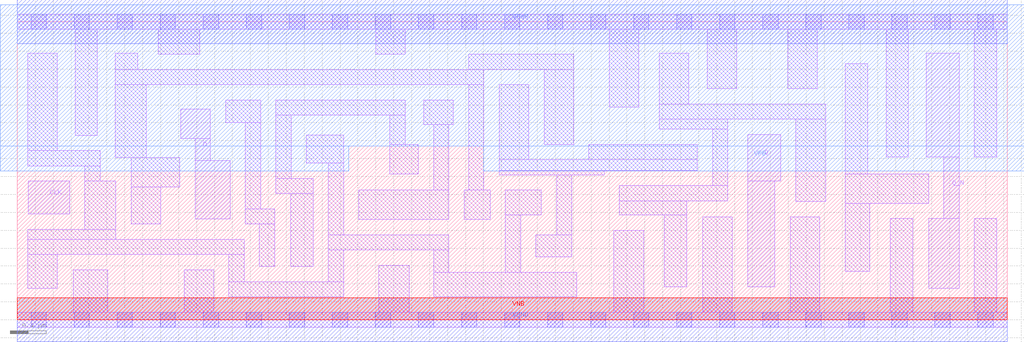
<source format=lef>
# Copyright 2020 The SkyWater PDK Authors
#
# Licensed under the Apache License, Version 2.0 (the "License");
# you may not use this file except in compliance with the License.
# You may obtain a copy of the License at
#
#     https://www.apache.org/licenses/LICENSE-2.0
#
# Unless required by applicable law or agreed to in writing, software
# distributed under the License is distributed on an "AS IS" BASIS,
# WITHOUT WARRANTIES OR CONDITIONS OF ANY KIND, either express or implied.
# See the License for the specific language governing permissions and
# limitations under the License.
#
# SPDX-License-Identifier: Apache-2.0

VERSION 5.7 ;
  NOWIREEXTENSIONATPIN ON ;
  DIVIDERCHAR "/" ;
  BUSBITCHARS "[]" ;
MACRO sky130_fd_sc_ls__dfxbp_2
  CLASS CORE ;
  FOREIGN sky130_fd_sc_ls__dfxbp_2 ;
  ORIGIN  0.000000  0.000000 ;
  SIZE  11.04000 BY  3.330000 ;
  SYMMETRY X Y ;
  SITE unit ;
  PIN D
    ANTENNAGATEAREA  0.126000 ;
    DIRECTION INPUT ;
    USE SIGNAL ;
    PORT
      LAYER li1 ;
        RECT 1.825000 2.025000 2.155000 2.355000 ;
        RECT 1.985000 1.125000 2.375000 1.780000 ;
        RECT 1.985000 1.780000 2.155000 2.025000 ;
    END
  END D
  PIN Q
    ANTENNADIFFAREA  0.543200 ;
    DIRECTION OUTPUT ;
    USE SIGNAL ;
    PORT
      LAYER li1 ;
        RECT 8.145000 0.370000 8.450000 1.550000 ;
        RECT 8.145000 1.550000 8.515000 2.070000 ;
    END
  END Q
  PIN Q_N
    ANTENNADIFFAREA  0.543200 ;
    DIRECTION OUTPUT ;
    USE SIGNAL ;
    PORT
      LAYER li1 ;
        RECT 10.140000 1.820000 10.505000 2.980000 ;
        RECT 10.165000 0.350000 10.505000 1.130000 ;
        RECT 10.335000 1.130000 10.505000 1.820000 ;
    END
  END Q_N
  PIN VNB
    PORT
      LAYER pwell ;
        RECT 0.000000 0.000000 11.040000 0.245000 ;
    END
  END VNB
  PIN VPB
    PORT
      LAYER nwell ;
        RECT -0.190000 1.660000  3.700000 1.940000 ;
        RECT -0.190000 1.940000 11.230000 3.520000 ;
        RECT  5.205000 1.660000 11.230000 1.940000 ;
    END
  END VPB
  PIN CLK
    ANTENNAGATEAREA  0.279000 ;
    DIRECTION INPUT ;
    USE CLOCK ;
    PORT
      LAYER li1 ;
        RECT 0.125000 1.180000 0.585000 1.550000 ;
    END
  END CLK
  PIN VGND
    DIRECTION INOUT ;
    SHAPE ABUTMENT ;
    USE GROUND ;
    PORT
      LAYER met1 ;
        RECT 0.000000 -0.245000 11.040000 0.245000 ;
    END
  END VGND
  PIN VPWR
    DIRECTION INOUT ;
    SHAPE ABUTMENT ;
    USE POWER ;
    PORT
      LAYER met1 ;
        RECT 0.000000 3.085000 11.040000 3.575000 ;
    END
  END VPWR
  OBS
    LAYER li1 ;
      RECT  0.000000 -0.085000 11.040000 0.085000 ;
      RECT  0.000000  3.245000 11.040000 3.415000 ;
      RECT  0.115000  0.350000  0.445000 0.730000 ;
      RECT  0.115000  0.730000  2.530000 0.900000 ;
      RECT  0.115000  0.900000  1.100000 1.010000 ;
      RECT  0.115000  1.720000  0.925000 1.890000 ;
      RECT  0.115000  1.890000  0.445000 2.980000 ;
      RECT  0.625000  0.085000  1.010000 0.560000 ;
      RECT  0.645000  2.060000  0.895000 3.245000 ;
      RECT  0.755000  1.010000  1.100000 1.550000 ;
      RECT  0.755000  1.550000  0.925000 1.720000 ;
      RECT  1.095000  1.815000  1.440000 2.625000 ;
      RECT  1.095000  2.625000  5.205000 2.795000 ;
      RECT  1.095000  2.795000  1.345000 2.980000 ;
      RECT  1.270000  1.070000  1.600000 1.485000 ;
      RECT  1.270000  1.485000  1.815000 1.815000 ;
      RECT  1.575000  2.965000  2.035000 3.245000 ;
      RECT  1.860000  0.085000  2.190000 0.560000 ;
      RECT  2.325000  2.205000  2.715000 2.455000 ;
      RECT  2.360000  0.255000  3.640000 0.425000 ;
      RECT  2.360000  0.425000  2.530000 0.730000 ;
      RECT  2.545000  1.070000  2.870000 1.240000 ;
      RECT  2.545000  1.240000  2.715000 2.205000 ;
      RECT  2.700000  0.595000  2.870000 1.070000 ;
      RECT  2.885000  1.410000  3.300000 1.580000 ;
      RECT  2.885000  1.580000  3.055000 2.285000 ;
      RECT  2.885000  2.285000  4.325000 2.455000 ;
      RECT  3.050000  0.595000  3.300000 1.410000 ;
      RECT  3.225000  1.750000  3.640000 2.065000 ;
      RECT  3.470000  0.425000  3.640000 0.780000 ;
      RECT  3.470000  0.780000  4.815000 0.950000 ;
      RECT  3.470000  0.950000  3.640000 1.750000 ;
      RECT  3.810000  1.120000  4.815000 1.450000 ;
      RECT  4.000000  2.965000  4.330000 3.245000 ;
      RECT  4.030000  0.085000  4.370000 0.610000 ;
      RECT  4.155000  1.630000  4.475000 1.960000 ;
      RECT  4.155000  1.960000  4.325000 2.285000 ;
      RECT  4.535000  2.180000  4.865000 2.455000 ;
      RECT  4.645000  0.255000  6.240000 0.530000 ;
      RECT  4.645000  0.530000  4.815000 0.780000 ;
      RECT  4.645000  1.450000  4.815000 2.180000 ;
      RECT  4.985000  1.120000  5.275000 1.450000 ;
      RECT  5.035000  1.450000  5.205000 2.625000 ;
      RECT  5.035000  2.795000  6.205000 2.965000 ;
      RECT  5.375000  1.620000  6.545000 1.670000 ;
      RECT  5.375000  1.670000  7.585000 1.790000 ;
      RECT  5.375000  1.790000  5.705000 2.625000 ;
      RECT  5.445000  0.530000  5.615000 1.170000 ;
      RECT  5.445000  1.170000  5.845000 1.450000 ;
      RECT  5.785000  0.700000  6.185000 0.950000 ;
      RECT  5.875000  1.960000  6.205000 2.795000 ;
      RECT  6.015000  0.950000  6.185000 1.620000 ;
      RECT  6.375000  1.790000  7.585000 1.960000 ;
      RECT  6.600000  2.375000  6.930000 3.245000 ;
      RECT  6.655000  0.085000  6.985000 1.000000 ;
      RECT  6.715000  1.170000  7.465000 1.330000 ;
      RECT  6.715000  1.330000  7.925000 1.500000 ;
      RECT  7.160000  2.130000  7.925000 2.240000 ;
      RECT  7.160000  2.240000  9.015000 2.410000 ;
      RECT  7.160000  2.410000  7.490000 2.980000 ;
      RECT  7.215000  0.370000  7.465000 1.170000 ;
      RECT  7.645000  0.085000  7.975000 1.150000 ;
      RECT  7.695000  2.580000  8.025000 3.245000 ;
      RECT  7.755000  1.500000  7.925000 2.130000 ;
      RECT  8.595000  2.580000  8.925000 3.245000 ;
      RECT  8.620000  0.085000  8.950000 1.150000 ;
      RECT  8.685000  1.320000  9.015000 2.240000 ;
      RECT  9.235000  0.540000  9.510000 1.300000 ;
      RECT  9.235000  1.300000 10.165000 1.630000 ;
      RECT  9.235000  1.630000  9.485000 2.860000 ;
      RECT  9.690000  1.820000  9.940000 3.245000 ;
      RECT  9.735000  0.085000  9.985000 1.130000 ;
      RECT 10.675000  0.085000 10.925000 1.130000 ;
      RECT 10.675000  1.820000 10.925000 3.245000 ;
    LAYER mcon ;
      RECT  0.155000 -0.085000  0.325000 0.085000 ;
      RECT  0.155000  3.245000  0.325000 3.415000 ;
      RECT  0.635000 -0.085000  0.805000 0.085000 ;
      RECT  0.635000  3.245000  0.805000 3.415000 ;
      RECT  1.115000 -0.085000  1.285000 0.085000 ;
      RECT  1.115000  3.245000  1.285000 3.415000 ;
      RECT  1.595000 -0.085000  1.765000 0.085000 ;
      RECT  1.595000  3.245000  1.765000 3.415000 ;
      RECT  2.075000 -0.085000  2.245000 0.085000 ;
      RECT  2.075000  3.245000  2.245000 3.415000 ;
      RECT  2.555000 -0.085000  2.725000 0.085000 ;
      RECT  2.555000  3.245000  2.725000 3.415000 ;
      RECT  3.035000 -0.085000  3.205000 0.085000 ;
      RECT  3.035000  3.245000  3.205000 3.415000 ;
      RECT  3.515000 -0.085000  3.685000 0.085000 ;
      RECT  3.515000  3.245000  3.685000 3.415000 ;
      RECT  3.995000 -0.085000  4.165000 0.085000 ;
      RECT  3.995000  3.245000  4.165000 3.415000 ;
      RECT  4.475000 -0.085000  4.645000 0.085000 ;
      RECT  4.475000  3.245000  4.645000 3.415000 ;
      RECT  4.955000 -0.085000  5.125000 0.085000 ;
      RECT  4.955000  3.245000  5.125000 3.415000 ;
      RECT  5.435000 -0.085000  5.605000 0.085000 ;
      RECT  5.435000  3.245000  5.605000 3.415000 ;
      RECT  5.915000 -0.085000  6.085000 0.085000 ;
      RECT  5.915000  3.245000  6.085000 3.415000 ;
      RECT  6.395000 -0.085000  6.565000 0.085000 ;
      RECT  6.395000  3.245000  6.565000 3.415000 ;
      RECT  6.875000 -0.085000  7.045000 0.085000 ;
      RECT  6.875000  3.245000  7.045000 3.415000 ;
      RECT  7.355000 -0.085000  7.525000 0.085000 ;
      RECT  7.355000  3.245000  7.525000 3.415000 ;
      RECT  7.835000 -0.085000  8.005000 0.085000 ;
      RECT  7.835000  3.245000  8.005000 3.415000 ;
      RECT  8.315000 -0.085000  8.485000 0.085000 ;
      RECT  8.315000  3.245000  8.485000 3.415000 ;
      RECT  8.795000 -0.085000  8.965000 0.085000 ;
      RECT  8.795000  3.245000  8.965000 3.415000 ;
      RECT  9.275000 -0.085000  9.445000 0.085000 ;
      RECT  9.275000  3.245000  9.445000 3.415000 ;
      RECT  9.755000 -0.085000  9.925000 0.085000 ;
      RECT  9.755000  3.245000  9.925000 3.415000 ;
      RECT 10.235000 -0.085000 10.405000 0.085000 ;
      RECT 10.235000  3.245000 10.405000 3.415000 ;
      RECT 10.715000 -0.085000 10.885000 0.085000 ;
      RECT 10.715000  3.245000 10.885000 3.415000 ;
  END
END sky130_fd_sc_ls__dfxbp_2
END LIBRARY

</source>
